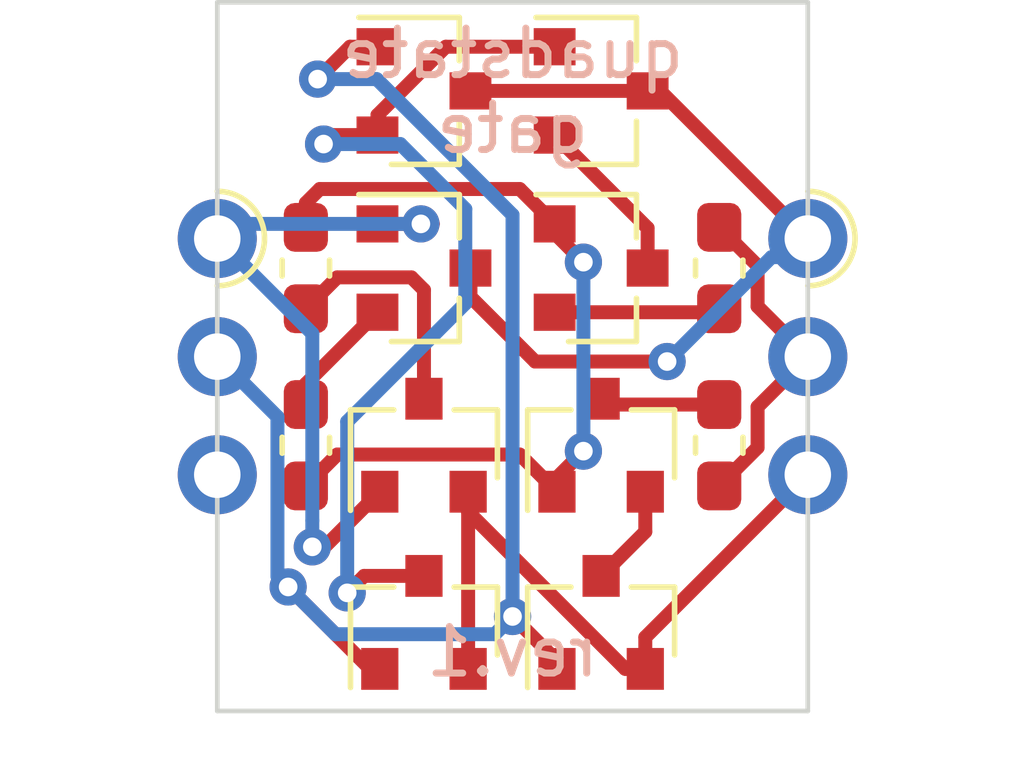
<source format=kicad_pcb>
(kicad_pcb (version 20171130) (host pcbnew 5.1.6)

  (general
    (thickness 1.6)
    (drawings 6)
    (tracks 102)
    (zones 0)
    (modules 14)
    (nets 15)
  )

  (page A4)
  (layers
    (0 F.Cu signal)
    (31 B.Cu signal)
    (32 B.Adhes user)
    (33 F.Adhes user)
    (34 B.Paste user)
    (35 F.Paste user)
    (36 B.SilkS user)
    (37 F.SilkS user)
    (38 B.Mask user)
    (39 F.Mask user)
    (40 Dwgs.User user)
    (41 Cmts.User user)
    (42 Eco1.User user)
    (43 Eco2.User user)
    (44 Edge.Cuts user)
    (45 Margin user)
    (46 B.CrtYd user)
    (47 F.CrtYd user)
    (48 B.Fab user)
    (49 F.Fab user)
  )

  (setup
    (last_trace_width 0.3)
    (user_trace_width 0.3)
    (trace_clearance 0.2)
    (zone_clearance 0.508)
    (zone_45_only no)
    (trace_min 0.2)
    (via_size 0.8)
    (via_drill 0.4)
    (via_min_size 0.4)
    (via_min_drill 0.3)
    (uvia_size 0.3)
    (uvia_drill 0.1)
    (uvias_allowed no)
    (uvia_min_size 0.2)
    (uvia_min_drill 0.1)
    (edge_width 0.05)
    (segment_width 0.2)
    (pcb_text_width 0.3)
    (pcb_text_size 1.5 1.5)
    (mod_edge_width 0.12)
    (mod_text_size 1 1)
    (mod_text_width 0.15)
    (pad_size 1.524 1.524)
    (pad_drill 0.762)
    (pad_to_mask_clearance 0.05)
    (aux_axis_origin 0 0)
    (visible_elements FFFFFF7F)
    (pcbplotparams
      (layerselection 0x010fc_ffffffff)
      (usegerberextensions false)
      (usegerberattributes true)
      (usegerberadvancedattributes true)
      (creategerberjobfile true)
      (excludeedgelayer true)
      (linewidth 0.100000)
      (plotframeref false)
      (viasonmask false)
      (mode 1)
      (useauxorigin false)
      (hpglpennumber 1)
      (hpglpenspeed 20)
      (hpglpendiameter 15.000000)
      (psnegative false)
      (psa4output false)
      (plotreference true)
      (plotvalue true)
      (plotinvisibletext false)
      (padsonsilk false)
      (subtractmaskfromsilk false)
      (outputformat 1)
      (mirror false)
      (drillshape 1)
      (scaleselection 1)
      (outputdirectory ""))
  )

  (net 0 "")
  (net 1 Vss)
  (net 2 Out)
  (net 3 Gate)
  (net 4 Vdd)
  (net 5 In)
  (net 6 "Net-(Q1-Pad2)")
  (net 7 "Net-(Q2-Pad3)")
  (net 8 "Net-(Q3-Pad2)")
  (net 9 "Net-(Q5-Pad2)")
  (net 10 "Net-(Q6-Pad2)")
  (net 11 "Net-(Q6-Pad1)")
  (net 12 "Net-(Q7-Pad3)")
  (net 13 "Net-(Q7-Pad2)")
  (net 14 "Net-(J1-Pad3)")

  (net_class Default "This is the default net class."
    (clearance 0.2)
    (trace_width 0.25)
    (via_dia 0.8)
    (via_drill 0.4)
    (uvia_dia 0.3)
    (uvia_drill 0.1)
    (add_net Gate)
    (add_net In)
    (add_net "Net-(J1-Pad3)")
    (add_net "Net-(Q1-Pad2)")
    (add_net "Net-(Q2-Pad3)")
    (add_net "Net-(Q3-Pad2)")
    (add_net "Net-(Q5-Pad2)")
    (add_net "Net-(Q6-Pad1)")
    (add_net "Net-(Q6-Pad2)")
    (add_net "Net-(Q7-Pad2)")
    (add_net "Net-(Q7-Pad3)")
    (add_net Out)
    (add_net Vdd)
    (add_net Vss)
  )

  (module Resistor_SMD:R_0603_1608Metric_Pad1.05x0.95mm_HandSolder (layer F.Cu) (tedit 5B301BBD) (tstamp 5FE2C95E)
    (at 145.415 100.965 90)
    (descr "Resistor SMD 0603 (1608 Metric), square (rectangular) end terminal, IPC_7351 nominal with elongated pad for handsoldering. (Body size source: http://www.tortai-tech.com/upload/download/2011102023233369053.pdf), generated with kicad-footprint-generator")
    (tags "resistor handsolder")
    (path /5FE3BF0E)
    (attr smd)
    (fp_text reference R4 (at 0 -1.43 90) (layer F.SilkS) hide
      (effects (font (size 1 1) (thickness 0.15)))
    )
    (fp_text value 12k (at 0 1.43 90) (layer F.Fab)
      (effects (font (size 1 1) (thickness 0.15)))
    )
    (fp_line (start 1.65 0.73) (end -1.65 0.73) (layer F.CrtYd) (width 0.05))
    (fp_line (start 1.65 -0.73) (end 1.65 0.73) (layer F.CrtYd) (width 0.05))
    (fp_line (start -1.65 -0.73) (end 1.65 -0.73) (layer F.CrtYd) (width 0.05))
    (fp_line (start -1.65 0.73) (end -1.65 -0.73) (layer F.CrtYd) (width 0.05))
    (fp_line (start -0.171267 0.51) (end 0.171267 0.51) (layer F.SilkS) (width 0.12))
    (fp_line (start -0.171267 -0.51) (end 0.171267 -0.51) (layer F.SilkS) (width 0.12))
    (fp_line (start 0.8 0.4) (end -0.8 0.4) (layer F.Fab) (width 0.1))
    (fp_line (start 0.8 -0.4) (end 0.8 0.4) (layer F.Fab) (width 0.1))
    (fp_line (start -0.8 -0.4) (end 0.8 -0.4) (layer F.Fab) (width 0.1))
    (fp_line (start -0.8 0.4) (end -0.8 -0.4) (layer F.Fab) (width 0.1))
    (fp_text user %R (at 0 0 90) (layer F.Fab)
      (effects (font (size 0.4 0.4) (thickness 0.06)))
    )
    (pad 2 smd roundrect (at 0.875 0 90) (size 1.05 0.95) (layers F.Cu F.Paste F.Mask) (roundrect_rratio 0.25)
      (net 12 "Net-(Q7-Pad3)"))
    (pad 1 smd roundrect (at -0.875 0 90) (size 1.05 0.95) (layers F.Cu F.Paste F.Mask) (roundrect_rratio 0.25)
      (net 2 Out))
    (model ${KISYS3DMOD}/Resistor_SMD.3dshapes/R_0603_1608Metric.wrl
      (at (xyz 0 0 0))
      (scale (xyz 1 1 1))
      (rotate (xyz 0 0 0))
    )
  )

  (module Resistor_SMD:R_0603_1608Metric_Pad1.05x0.95mm_HandSolder (layer F.Cu) (tedit 5B301BBD) (tstamp 5FE2C94D)
    (at 136.525 97.155 270)
    (descr "Resistor SMD 0603 (1608 Metric), square (rectangular) end terminal, IPC_7351 nominal with elongated pad for handsoldering. (Body size source: http://www.tortai-tech.com/upload/download/2011102023233369053.pdf), generated with kicad-footprint-generator")
    (tags "resistor handsolder")
    (path /5FE3E303)
    (attr smd)
    (fp_text reference R3 (at 0 -1.43 90) (layer F.SilkS) hide
      (effects (font (size 1 1) (thickness 0.15)))
    )
    (fp_text value 12k (at 0 1.43 90) (layer F.Fab)
      (effects (font (size 1 1) (thickness 0.15)))
    )
    (fp_line (start 1.65 0.73) (end -1.65 0.73) (layer F.CrtYd) (width 0.05))
    (fp_line (start 1.65 -0.73) (end 1.65 0.73) (layer F.CrtYd) (width 0.05))
    (fp_line (start -1.65 -0.73) (end 1.65 -0.73) (layer F.CrtYd) (width 0.05))
    (fp_line (start -1.65 0.73) (end -1.65 -0.73) (layer F.CrtYd) (width 0.05))
    (fp_line (start -0.171267 0.51) (end 0.171267 0.51) (layer F.SilkS) (width 0.12))
    (fp_line (start -0.171267 -0.51) (end 0.171267 -0.51) (layer F.SilkS) (width 0.12))
    (fp_line (start 0.8 0.4) (end -0.8 0.4) (layer F.Fab) (width 0.1))
    (fp_line (start 0.8 -0.4) (end 0.8 0.4) (layer F.Fab) (width 0.1))
    (fp_line (start -0.8 -0.4) (end 0.8 -0.4) (layer F.Fab) (width 0.1))
    (fp_line (start -0.8 0.4) (end -0.8 -0.4) (layer F.Fab) (width 0.1))
    (fp_text user %R (at 0 0 90) (layer F.Fab)
      (effects (font (size 0.4 0.4) (thickness 0.06)))
    )
    (pad 2 smd roundrect (at 0.875 0 270) (size 1.05 0.95) (layers F.Cu F.Paste F.Mask) (roundrect_rratio 0.25)
      (net 7 "Net-(Q2-Pad3)"))
    (pad 1 smd roundrect (at -0.875 0 270) (size 1.05 0.95) (layers F.Cu F.Paste F.Mask) (roundrect_rratio 0.25)
      (net 11 "Net-(Q6-Pad1)"))
    (model ${KISYS3DMOD}/Resistor_SMD.3dshapes/R_0603_1608Metric.wrl
      (at (xyz 0 0 0))
      (scale (xyz 1 1 1))
      (rotate (xyz 0 0 0))
    )
  )

  (module Resistor_SMD:R_0603_1608Metric_Pad1.05x0.95mm_HandSolder (layer F.Cu) (tedit 5B301BBD) (tstamp 5FE2C93C)
    (at 136.525 100.965 270)
    (descr "Resistor SMD 0603 (1608 Metric), square (rectangular) end terminal, IPC_7351 nominal with elongated pad for handsoldering. (Body size source: http://www.tortai-tech.com/upload/download/2011102023233369053.pdf), generated with kicad-footprint-generator")
    (tags "resistor handsolder")
    (path /5FE3CB93)
    (attr smd)
    (fp_text reference R2 (at 0 -1.43 90) (layer F.SilkS) hide
      (effects (font (size 1 1) (thickness 0.15)))
    )
    (fp_text value 12k (at 0 1.43 90) (layer F.Fab)
      (effects (font (size 1 1) (thickness 0.15)))
    )
    (fp_line (start 1.65 0.73) (end -1.65 0.73) (layer F.CrtYd) (width 0.05))
    (fp_line (start 1.65 -0.73) (end 1.65 0.73) (layer F.CrtYd) (width 0.05))
    (fp_line (start -1.65 -0.73) (end 1.65 -0.73) (layer F.CrtYd) (width 0.05))
    (fp_line (start -1.65 0.73) (end -1.65 -0.73) (layer F.CrtYd) (width 0.05))
    (fp_line (start -0.171267 0.51) (end 0.171267 0.51) (layer F.SilkS) (width 0.12))
    (fp_line (start -0.171267 -0.51) (end 0.171267 -0.51) (layer F.SilkS) (width 0.12))
    (fp_line (start 0.8 0.4) (end -0.8 0.4) (layer F.Fab) (width 0.1))
    (fp_line (start 0.8 -0.4) (end 0.8 0.4) (layer F.Fab) (width 0.1))
    (fp_line (start -0.8 -0.4) (end 0.8 -0.4) (layer F.Fab) (width 0.1))
    (fp_line (start -0.8 0.4) (end -0.8 -0.4) (layer F.Fab) (width 0.1))
    (fp_text user %R (at 0 0 90) (layer F.Fab)
      (effects (font (size 0.4 0.4) (thickness 0.06)))
    )
    (pad 2 smd roundrect (at 0.875 0 270) (size 1.05 0.95) (layers F.Cu F.Paste F.Mask) (roundrect_rratio 0.25)
      (net 11 "Net-(Q6-Pad1)"))
    (pad 1 smd roundrect (at -0.875 0 270) (size 1.05 0.95) (layers F.Cu F.Paste F.Mask) (roundrect_rratio 0.25)
      (net 6 "Net-(Q1-Pad2)"))
    (model ${KISYS3DMOD}/Resistor_SMD.3dshapes/R_0603_1608Metric.wrl
      (at (xyz 0 0 0))
      (scale (xyz 1 1 1))
      (rotate (xyz 0 0 0))
    )
  )

  (module Resistor_SMD:R_0603_1608Metric_Pad1.05x0.95mm_HandSolder (layer F.Cu) (tedit 5B301BBD) (tstamp 5FE2C92B)
    (at 145.415 97.155 90)
    (descr "Resistor SMD 0603 (1608 Metric), square (rectangular) end terminal, IPC_7351 nominal with elongated pad for handsoldering. (Body size source: http://www.tortai-tech.com/upload/download/2011102023233369053.pdf), generated with kicad-footprint-generator")
    (tags "resistor handsolder")
    (path /5FEB1977)
    (attr smd)
    (fp_text reference R1 (at 0 -1.43 90) (layer F.SilkS) hide
      (effects (font (size 1 1) (thickness 0.15)))
    )
    (fp_text value 12k (at 0 1.43 90) (layer F.Fab)
      (effects (font (size 1 1) (thickness 0.15)))
    )
    (fp_line (start 1.65 0.73) (end -1.65 0.73) (layer F.CrtYd) (width 0.05))
    (fp_line (start 1.65 -0.73) (end 1.65 0.73) (layer F.CrtYd) (width 0.05))
    (fp_line (start -1.65 -0.73) (end 1.65 -0.73) (layer F.CrtYd) (width 0.05))
    (fp_line (start -1.65 0.73) (end -1.65 -0.73) (layer F.CrtYd) (width 0.05))
    (fp_line (start -0.171267 0.51) (end 0.171267 0.51) (layer F.SilkS) (width 0.12))
    (fp_line (start -0.171267 -0.51) (end 0.171267 -0.51) (layer F.SilkS) (width 0.12))
    (fp_line (start 0.8 0.4) (end -0.8 0.4) (layer F.Fab) (width 0.1))
    (fp_line (start 0.8 -0.4) (end 0.8 0.4) (layer F.Fab) (width 0.1))
    (fp_line (start -0.8 -0.4) (end 0.8 -0.4) (layer F.Fab) (width 0.1))
    (fp_line (start -0.8 0.4) (end -0.8 -0.4) (layer F.Fab) (width 0.1))
    (fp_text user %R (at 0 0 90) (layer F.Fab)
      (effects (font (size 0.4 0.4) (thickness 0.06)))
    )
    (pad 2 smd roundrect (at 0.875 0 90) (size 1.05 0.95) (layers F.Cu F.Paste F.Mask) (roundrect_rratio 0.25)
      (net 2 Out))
    (pad 1 smd roundrect (at -0.875 0 90) (size 1.05 0.95) (layers F.Cu F.Paste F.Mask) (roundrect_rratio 0.25)
      (net 10 "Net-(Q6-Pad2)"))
    (model ${KISYS3DMOD}/Resistor_SMD.3dshapes/R_0603_1608Metric.wrl
      (at (xyz 0 0 0))
      (scale (xyz 1 1 1))
      (rotate (xyz 0 0 0))
    )
  )

  (module Package_TO_SOT_SMD:SOT-23 (layer F.Cu) (tedit 5A02FF57) (tstamp 5FE2C91A)
    (at 142.875 104.775 90)
    (descr "SOT-23, Standard")
    (tags SOT-23)
    (path /5FE25EC9)
    (attr smd)
    (fp_text reference Q8 (at 0 -2.5 90) (layer F.SilkS) hide
      (effects (font (size 1 1) (thickness 0.15)))
    )
    (fp_text value 2N7002 (at 0 2.5 90) (layer F.Fab)
      (effects (font (size 1 1) (thickness 0.15)))
    )
    (fp_line (start 0.76 1.58) (end -0.7 1.58) (layer F.SilkS) (width 0.12))
    (fp_line (start 0.76 -1.58) (end -1.4 -1.58) (layer F.SilkS) (width 0.12))
    (fp_line (start -1.7 1.75) (end -1.7 -1.75) (layer F.CrtYd) (width 0.05))
    (fp_line (start 1.7 1.75) (end -1.7 1.75) (layer F.CrtYd) (width 0.05))
    (fp_line (start 1.7 -1.75) (end 1.7 1.75) (layer F.CrtYd) (width 0.05))
    (fp_line (start -1.7 -1.75) (end 1.7 -1.75) (layer F.CrtYd) (width 0.05))
    (fp_line (start 0.76 -1.58) (end 0.76 -0.65) (layer F.SilkS) (width 0.12))
    (fp_line (start 0.76 1.58) (end 0.76 0.65) (layer F.SilkS) (width 0.12))
    (fp_line (start -0.7 1.52) (end 0.7 1.52) (layer F.Fab) (width 0.1))
    (fp_line (start 0.7 -1.52) (end 0.7 1.52) (layer F.Fab) (width 0.1))
    (fp_line (start -0.7 -0.95) (end -0.15 -1.52) (layer F.Fab) (width 0.1))
    (fp_line (start -0.15 -1.52) (end 0.7 -1.52) (layer F.Fab) (width 0.1))
    (fp_line (start -0.7 -0.95) (end -0.7 1.5) (layer F.Fab) (width 0.1))
    (fp_text user %R (at 0 0) (layer F.Fab)
      (effects (font (size 0.5 0.5) (thickness 0.075)))
    )
    (pad 3 smd rect (at 1 0 90) (size 0.9 0.8) (layers F.Cu F.Paste F.Mask)
      (net 13 "Net-(Q7-Pad2)"))
    (pad 2 smd rect (at -1 0.95 90) (size 0.9 0.8) (layers F.Cu F.Paste F.Mask)
      (net 1 Vss))
    (pad 1 smd rect (at -1 -0.95 90) (size 0.9 0.8) (layers F.Cu F.Paste F.Mask)
      (net 3 Gate))
    (model ${KISYS3DMOD}/Package_TO_SOT_SMD.3dshapes/SOT-23.wrl
      (at (xyz 0 0 0))
      (scale (xyz 1 1 1))
      (rotate (xyz 0 0 0))
    )
  )

  (module Package_TO_SOT_SMD:SOT-23 (layer F.Cu) (tedit 5A02FF57) (tstamp 5FE2C905)
    (at 142.875 100.965 90)
    (descr "SOT-23, Standard")
    (tags SOT-23)
    (path /5FE23D35)
    (attr smd)
    (fp_text reference Q7 (at 0 -2.5 90) (layer F.SilkS) hide
      (effects (font (size 1 1) (thickness 0.15)))
    )
    (fp_text value 2N7002 (at 0 2.5 90) (layer F.Fab)
      (effects (font (size 1 1) (thickness 0.15)))
    )
    (fp_line (start 0.76 1.58) (end -0.7 1.58) (layer F.SilkS) (width 0.12))
    (fp_line (start 0.76 -1.58) (end -1.4 -1.58) (layer F.SilkS) (width 0.12))
    (fp_line (start -1.7 1.75) (end -1.7 -1.75) (layer F.CrtYd) (width 0.05))
    (fp_line (start 1.7 1.75) (end -1.7 1.75) (layer F.CrtYd) (width 0.05))
    (fp_line (start 1.7 -1.75) (end 1.7 1.75) (layer F.CrtYd) (width 0.05))
    (fp_line (start -1.7 -1.75) (end 1.7 -1.75) (layer F.CrtYd) (width 0.05))
    (fp_line (start 0.76 -1.58) (end 0.76 -0.65) (layer F.SilkS) (width 0.12))
    (fp_line (start 0.76 1.58) (end 0.76 0.65) (layer F.SilkS) (width 0.12))
    (fp_line (start -0.7 1.52) (end 0.7 1.52) (layer F.Fab) (width 0.1))
    (fp_line (start 0.7 -1.52) (end 0.7 1.52) (layer F.Fab) (width 0.1))
    (fp_line (start -0.7 -0.95) (end -0.15 -1.52) (layer F.Fab) (width 0.1))
    (fp_line (start -0.15 -1.52) (end 0.7 -1.52) (layer F.Fab) (width 0.1))
    (fp_line (start -0.7 -0.95) (end -0.7 1.5) (layer F.Fab) (width 0.1))
    (fp_text user %R (at 0 0) (layer F.Fab)
      (effects (font (size 0.5 0.5) (thickness 0.075)))
    )
    (pad 3 smd rect (at 1 0 90) (size 0.9 0.8) (layers F.Cu F.Paste F.Mask)
      (net 12 "Net-(Q7-Pad3)"))
    (pad 2 smd rect (at -1 0.95 90) (size 0.9 0.8) (layers F.Cu F.Paste F.Mask)
      (net 13 "Net-(Q7-Pad2)"))
    (pad 1 smd rect (at -1 -0.95 90) (size 0.9 0.8) (layers F.Cu F.Paste F.Mask)
      (net 11 "Net-(Q6-Pad1)"))
    (model ${KISYS3DMOD}/Package_TO_SOT_SMD.3dshapes/SOT-23.wrl
      (at (xyz 0 0 0))
      (scale (xyz 1 1 1))
      (rotate (xyz 0 0 0))
    )
  )

  (module Package_TO_SOT_SMD:SOT-23 (layer F.Cu) (tedit 5A02FF57) (tstamp 5FE2C8F0)
    (at 142.875 97.155)
    (descr "SOT-23, Standard")
    (tags SOT-23)
    (path /5FE1CD77)
    (attr smd)
    (fp_text reference Q6 (at 0 -2.5) (layer F.SilkS) hide
      (effects (font (size 1 1) (thickness 0.15)))
    )
    (fp_text value BSS84 (at 0 2.5) (layer F.Fab)
      (effects (font (size 1 1) (thickness 0.15)))
    )
    (fp_line (start 0.76 1.58) (end -0.7 1.58) (layer F.SilkS) (width 0.12))
    (fp_line (start 0.76 -1.58) (end -1.4 -1.58) (layer F.SilkS) (width 0.12))
    (fp_line (start -1.7 1.75) (end -1.7 -1.75) (layer F.CrtYd) (width 0.05))
    (fp_line (start 1.7 1.75) (end -1.7 1.75) (layer F.CrtYd) (width 0.05))
    (fp_line (start 1.7 -1.75) (end 1.7 1.75) (layer F.CrtYd) (width 0.05))
    (fp_line (start -1.7 -1.75) (end 1.7 -1.75) (layer F.CrtYd) (width 0.05))
    (fp_line (start 0.76 -1.58) (end 0.76 -0.65) (layer F.SilkS) (width 0.12))
    (fp_line (start 0.76 1.58) (end 0.76 0.65) (layer F.SilkS) (width 0.12))
    (fp_line (start -0.7 1.52) (end 0.7 1.52) (layer F.Fab) (width 0.1))
    (fp_line (start 0.7 -1.52) (end 0.7 1.52) (layer F.Fab) (width 0.1))
    (fp_line (start -0.7 -0.95) (end -0.15 -1.52) (layer F.Fab) (width 0.1))
    (fp_line (start -0.15 -1.52) (end 0.7 -1.52) (layer F.Fab) (width 0.1))
    (fp_line (start -0.7 -0.95) (end -0.7 1.5) (layer F.Fab) (width 0.1))
    (fp_text user %R (at 0 0 90) (layer F.Fab)
      (effects (font (size 0.5 0.5) (thickness 0.075)))
    )
    (pad 3 smd rect (at 1 0) (size 0.9 0.8) (layers F.Cu F.Paste F.Mask)
      (net 9 "Net-(Q5-Pad2)"))
    (pad 2 smd rect (at -1 0.95) (size 0.9 0.8) (layers F.Cu F.Paste F.Mask)
      (net 10 "Net-(Q6-Pad2)"))
    (pad 1 smd rect (at -1 -0.95) (size 0.9 0.8) (layers F.Cu F.Paste F.Mask)
      (net 11 "Net-(Q6-Pad1)"))
    (model ${KISYS3DMOD}/Package_TO_SOT_SMD.3dshapes/SOT-23.wrl
      (at (xyz 0 0 0))
      (scale (xyz 1 1 1))
      (rotate (xyz 0 0 0))
    )
  )

  (module Package_TO_SOT_SMD:SOT-23 (layer F.Cu) (tedit 5A02FF57) (tstamp 5FE2C8DB)
    (at 142.875 93.345)
    (descr "SOT-23, Standard")
    (tags SOT-23)
    (path /5FE1A7FB)
    (attr smd)
    (fp_text reference Q5 (at 0 -2.5) (layer F.SilkS) hide
      (effects (font (size 1 1) (thickness 0.15)))
    )
    (fp_text value BSS84 (at 0 2.5) (layer F.Fab)
      (effects (font (size 1 1) (thickness 0.15)))
    )
    (fp_line (start 0.76 1.58) (end -0.7 1.58) (layer F.SilkS) (width 0.12))
    (fp_line (start 0.76 -1.58) (end -1.4 -1.58) (layer F.SilkS) (width 0.12))
    (fp_line (start -1.7 1.75) (end -1.7 -1.75) (layer F.CrtYd) (width 0.05))
    (fp_line (start 1.7 1.75) (end -1.7 1.75) (layer F.CrtYd) (width 0.05))
    (fp_line (start 1.7 -1.75) (end 1.7 1.75) (layer F.CrtYd) (width 0.05))
    (fp_line (start -1.7 -1.75) (end 1.7 -1.75) (layer F.CrtYd) (width 0.05))
    (fp_line (start 0.76 -1.58) (end 0.76 -0.65) (layer F.SilkS) (width 0.12))
    (fp_line (start 0.76 1.58) (end 0.76 0.65) (layer F.SilkS) (width 0.12))
    (fp_line (start -0.7 1.52) (end 0.7 1.52) (layer F.Fab) (width 0.1))
    (fp_line (start 0.7 -1.52) (end 0.7 1.52) (layer F.Fab) (width 0.1))
    (fp_line (start -0.7 -0.95) (end -0.15 -1.52) (layer F.Fab) (width 0.1))
    (fp_line (start -0.15 -1.52) (end 0.7 -1.52) (layer F.Fab) (width 0.1))
    (fp_line (start -0.7 -0.95) (end -0.7 1.5) (layer F.Fab) (width 0.1))
    (fp_text user %R (at 0 0 90) (layer F.Fab)
      (effects (font (size 0.5 0.5) (thickness 0.075)))
    )
    (pad 3 smd rect (at 1 0) (size 0.9 0.8) (layers F.Cu F.Paste F.Mask)
      (net 4 Vdd))
    (pad 2 smd rect (at -1 0.95) (size 0.9 0.8) (layers F.Cu F.Paste F.Mask)
      (net 9 "Net-(Q5-Pad2)"))
    (pad 1 smd rect (at -1 -0.95) (size 0.9 0.8) (layers F.Cu F.Paste F.Mask)
      (net 8 "Net-(Q3-Pad2)"))
    (model ${KISYS3DMOD}/Package_TO_SOT_SMD.3dshapes/SOT-23.wrl
      (at (xyz 0 0 0))
      (scale (xyz 1 1 1))
      (rotate (xyz 0 0 0))
    )
  )

  (module Package_TO_SOT_SMD:SOT-23 (layer F.Cu) (tedit 5A02FF57) (tstamp 5FE2C8C6)
    (at 139.065 104.775 90)
    (descr "SOT-23, Standard")
    (tags SOT-23)
    (path /5FE1715E)
    (attr smd)
    (fp_text reference Q4 (at 0 -2.5 90) (layer F.SilkS) hide
      (effects (font (size 1 1) (thickness 0.15)))
    )
    (fp_text value 2N7002 (at 0 2.5 90) (layer F.Fab)
      (effects (font (size 1 1) (thickness 0.15)))
    )
    (fp_line (start 0.76 1.58) (end -0.7 1.58) (layer F.SilkS) (width 0.12))
    (fp_line (start 0.76 -1.58) (end -1.4 -1.58) (layer F.SilkS) (width 0.12))
    (fp_line (start -1.7 1.75) (end -1.7 -1.75) (layer F.CrtYd) (width 0.05))
    (fp_line (start 1.7 1.75) (end -1.7 1.75) (layer F.CrtYd) (width 0.05))
    (fp_line (start 1.7 -1.75) (end 1.7 1.75) (layer F.CrtYd) (width 0.05))
    (fp_line (start -1.7 -1.75) (end 1.7 -1.75) (layer F.CrtYd) (width 0.05))
    (fp_line (start 0.76 -1.58) (end 0.76 -0.65) (layer F.SilkS) (width 0.12))
    (fp_line (start 0.76 1.58) (end 0.76 0.65) (layer F.SilkS) (width 0.12))
    (fp_line (start -0.7 1.52) (end 0.7 1.52) (layer F.Fab) (width 0.1))
    (fp_line (start 0.7 -1.52) (end 0.7 1.52) (layer F.Fab) (width 0.1))
    (fp_line (start -0.7 -0.95) (end -0.15 -1.52) (layer F.Fab) (width 0.1))
    (fp_line (start -0.15 -1.52) (end 0.7 -1.52) (layer F.Fab) (width 0.1))
    (fp_line (start -0.7 -0.95) (end -0.7 1.5) (layer F.Fab) (width 0.1))
    (fp_text user %R (at 0 0) (layer F.Fab)
      (effects (font (size 0.5 0.5) (thickness 0.075)))
    )
    (pad 3 smd rect (at 1 0 90) (size 0.9 0.8) (layers F.Cu F.Paste F.Mask)
      (net 8 "Net-(Q3-Pad2)"))
    (pad 2 smd rect (at -1 0.95 90) (size 0.9 0.8) (layers F.Cu F.Paste F.Mask)
      (net 1 Vss))
    (pad 1 smd rect (at -1 -0.95 90) (size 0.9 0.8) (layers F.Cu F.Paste F.Mask)
      (net 3 Gate))
    (model ${KISYS3DMOD}/Package_TO_SOT_SMD.3dshapes/SOT-23.wrl
      (at (xyz 0 0 0))
      (scale (xyz 1 1 1))
      (rotate (xyz 0 0 0))
    )
  )

  (module Package_TO_SOT_SMD:SOT-23 (layer F.Cu) (tedit 5A02FF57) (tstamp 5FE2C8B1)
    (at 139.065 93.345)
    (descr "SOT-23, Standard")
    (tags SOT-23)
    (path /5FE1F1CA)
    (attr smd)
    (fp_text reference Q3 (at 0 -2.5) (layer F.SilkS) hide
      (effects (font (size 1 1) (thickness 0.15)))
    )
    (fp_text value BSS84 (at 0 2.5) (layer F.Fab)
      (effects (font (size 1 1) (thickness 0.15)))
    )
    (fp_line (start 0.76 1.58) (end -0.7 1.58) (layer F.SilkS) (width 0.12))
    (fp_line (start 0.76 -1.58) (end -1.4 -1.58) (layer F.SilkS) (width 0.12))
    (fp_line (start -1.7 1.75) (end -1.7 -1.75) (layer F.CrtYd) (width 0.05))
    (fp_line (start 1.7 1.75) (end -1.7 1.75) (layer F.CrtYd) (width 0.05))
    (fp_line (start 1.7 -1.75) (end 1.7 1.75) (layer F.CrtYd) (width 0.05))
    (fp_line (start -1.7 -1.75) (end 1.7 -1.75) (layer F.CrtYd) (width 0.05))
    (fp_line (start 0.76 -1.58) (end 0.76 -0.65) (layer F.SilkS) (width 0.12))
    (fp_line (start 0.76 1.58) (end 0.76 0.65) (layer F.SilkS) (width 0.12))
    (fp_line (start -0.7 1.52) (end 0.7 1.52) (layer F.Fab) (width 0.1))
    (fp_line (start 0.7 -1.52) (end 0.7 1.52) (layer F.Fab) (width 0.1))
    (fp_line (start -0.7 -0.95) (end -0.15 -1.52) (layer F.Fab) (width 0.1))
    (fp_line (start -0.15 -1.52) (end 0.7 -1.52) (layer F.Fab) (width 0.1))
    (fp_line (start -0.7 -0.95) (end -0.7 1.5) (layer F.Fab) (width 0.1))
    (fp_text user %R (at 0 0 90) (layer F.Fab)
      (effects (font (size 0.5 0.5) (thickness 0.075)))
    )
    (pad 3 smd rect (at 1 0) (size 0.9 0.8) (layers F.Cu F.Paste F.Mask)
      (net 4 Vdd))
    (pad 2 smd rect (at -1 0.95) (size 0.9 0.8) (layers F.Cu F.Paste F.Mask)
      (net 8 "Net-(Q3-Pad2)"))
    (pad 1 smd rect (at -1 -0.95) (size 0.9 0.8) (layers F.Cu F.Paste F.Mask)
      (net 3 Gate))
    (model ${KISYS3DMOD}/Package_TO_SOT_SMD.3dshapes/SOT-23.wrl
      (at (xyz 0 0 0))
      (scale (xyz 1 1 1))
      (rotate (xyz 0 0 0))
    )
  )

  (module Package_TO_SOT_SMD:SOT-23 (layer F.Cu) (tedit 5A02FF57) (tstamp 5FE2C89C)
    (at 139.065 100.965 90)
    (descr "SOT-23, Standard")
    (tags SOT-23)
    (path /5FE2F9B6)
    (attr smd)
    (fp_text reference Q2 (at 0 -2.5 90) (layer F.SilkS) hide
      (effects (font (size 1 1) (thickness 0.15)))
    )
    (fp_text value 2N7002 (at 0 2.5 90) (layer F.Fab)
      (effects (font (size 1 1) (thickness 0.15)))
    )
    (fp_line (start 0.76 1.58) (end -0.7 1.58) (layer F.SilkS) (width 0.12))
    (fp_line (start 0.76 -1.58) (end -1.4 -1.58) (layer F.SilkS) (width 0.12))
    (fp_line (start -1.7 1.75) (end -1.7 -1.75) (layer F.CrtYd) (width 0.05))
    (fp_line (start 1.7 1.75) (end -1.7 1.75) (layer F.CrtYd) (width 0.05))
    (fp_line (start 1.7 -1.75) (end 1.7 1.75) (layer F.CrtYd) (width 0.05))
    (fp_line (start -1.7 -1.75) (end 1.7 -1.75) (layer F.CrtYd) (width 0.05))
    (fp_line (start 0.76 -1.58) (end 0.76 -0.65) (layer F.SilkS) (width 0.12))
    (fp_line (start 0.76 1.58) (end 0.76 0.65) (layer F.SilkS) (width 0.12))
    (fp_line (start -0.7 1.52) (end 0.7 1.52) (layer F.Fab) (width 0.1))
    (fp_line (start 0.7 -1.52) (end 0.7 1.52) (layer F.Fab) (width 0.1))
    (fp_line (start -0.7 -0.95) (end -0.15 -1.52) (layer F.Fab) (width 0.1))
    (fp_line (start -0.15 -1.52) (end 0.7 -1.52) (layer F.Fab) (width 0.1))
    (fp_line (start -0.7 -0.95) (end -0.7 1.5) (layer F.Fab) (width 0.1))
    (fp_text user %R (at 0 0) (layer F.Fab)
      (effects (font (size 0.5 0.5) (thickness 0.075)))
    )
    (pad 3 smd rect (at 1 0 90) (size 0.9 0.8) (layers F.Cu F.Paste F.Mask)
      (net 7 "Net-(Q2-Pad3)"))
    (pad 2 smd rect (at -1 0.95 90) (size 0.9 0.8) (layers F.Cu F.Paste F.Mask)
      (net 1 Vss))
    (pad 1 smd rect (at -1 -0.95 90) (size 0.9 0.8) (layers F.Cu F.Paste F.Mask)
      (net 5 In))
    (model ${KISYS3DMOD}/Package_TO_SOT_SMD.3dshapes/SOT-23.wrl
      (at (xyz 0 0 0))
      (scale (xyz 1 1 1))
      (rotate (xyz 0 0 0))
    )
  )

  (module Package_TO_SOT_SMD:SOT-23 (layer F.Cu) (tedit 5A02FF57) (tstamp 5FE2C887)
    (at 139.065 97.155)
    (descr "SOT-23, Standard")
    (tags SOT-23)
    (path /5FE16028)
    (attr smd)
    (fp_text reference Q1 (at 0 -2.5) (layer F.SilkS) hide
      (effects (font (size 1 1) (thickness 0.15)))
    )
    (fp_text value BSS84 (at 0 2.5) (layer F.Fab)
      (effects (font (size 1 1) (thickness 0.15)))
    )
    (fp_line (start 0.76 1.58) (end -0.7 1.58) (layer F.SilkS) (width 0.12))
    (fp_line (start 0.76 -1.58) (end -1.4 -1.58) (layer F.SilkS) (width 0.12))
    (fp_line (start -1.7 1.75) (end -1.7 -1.75) (layer F.CrtYd) (width 0.05))
    (fp_line (start 1.7 1.75) (end -1.7 1.75) (layer F.CrtYd) (width 0.05))
    (fp_line (start 1.7 -1.75) (end 1.7 1.75) (layer F.CrtYd) (width 0.05))
    (fp_line (start -1.7 -1.75) (end 1.7 -1.75) (layer F.CrtYd) (width 0.05))
    (fp_line (start 0.76 -1.58) (end 0.76 -0.65) (layer F.SilkS) (width 0.12))
    (fp_line (start 0.76 1.58) (end 0.76 0.65) (layer F.SilkS) (width 0.12))
    (fp_line (start -0.7 1.52) (end 0.7 1.52) (layer F.Fab) (width 0.1))
    (fp_line (start 0.7 -1.52) (end 0.7 1.52) (layer F.Fab) (width 0.1))
    (fp_line (start -0.7 -0.95) (end -0.15 -1.52) (layer F.Fab) (width 0.1))
    (fp_line (start -0.15 -1.52) (end 0.7 -1.52) (layer F.Fab) (width 0.1))
    (fp_line (start -0.7 -0.95) (end -0.7 1.5) (layer F.Fab) (width 0.1))
    (fp_text user %R (at 0 0 90) (layer F.Fab)
      (effects (font (size 0.5 0.5) (thickness 0.075)))
    )
    (pad 3 smd rect (at 1 0) (size 0.9 0.8) (layers F.Cu F.Paste F.Mask)
      (net 4 Vdd))
    (pad 2 smd rect (at -1 0.95) (size 0.9 0.8) (layers F.Cu F.Paste F.Mask)
      (net 6 "Net-(Q1-Pad2)"))
    (pad 1 smd rect (at -1 -0.95) (size 0.9 0.8) (layers F.Cu F.Paste F.Mask)
      (net 5 In))
    (model ${KISYS3DMOD}/Package_TO_SOT_SMD.3dshapes/SOT-23.wrl
      (at (xyz 0 0 0))
      (scale (xyz 1 1 1))
      (rotate (xyz 0 0 0))
    )
  )

  (module Castellation:Edge_Castellation_1x03_P2.54 (layer F.Cu) (tedit 5FE23D9F) (tstamp 5FE2C872)
    (at 147.32 96.52)
    (descr "Edge Castellation, 1x03, 2.54mm pitch, single row")
    (tags "Castellation Edge 1x03 2.54mm single row")
    (path /5FE4F012)
    (fp_text reference J2 (at 0 -2.54) (layer F.SilkS) hide
      (effects (font (size 1 1) (thickness 0.15)))
    )
    (fp_text value Conn_01x03 (at 0 7.85) (layer F.Fab)
      (effects (font (size 1 1) (thickness 0.15)))
    )
    (fp_line (start -1.27 -1.27) (end 0.635 -1.27) (layer F.Fab) (width 0.1))
    (fp_line (start 0.635 -1.27) (end 1.27 -0.635) (layer F.Fab) (width 0.1))
    (fp_line (start 1.27 -0.635) (end 1.27 6.35) (layer F.Fab) (width 0.1))
    (fp_line (start 1.27 6.35) (end -1.27 6.35) (layer F.Fab) (width 0.1))
    (fp_line (start -1.27 6.35) (end -1.27 -1.27) (layer F.Fab) (width 0.1))
    (fp_line (start -1.8 -1.8) (end 1.75 -1.8) (layer F.CrtYd) (width 0.05))
    (fp_line (start 1.75 -1.8) (end 1.75 6.85) (layer F.CrtYd) (width 0.05))
    (fp_line (start 1.75 6.85) (end -1.8 6.85) (layer F.CrtYd) (width 0.05))
    (fp_line (start -1.8 6.85) (end -1.8 -1.8) (layer F.CrtYd) (width 0.05))
    (fp_text user %R (at 0 2.54 90) (layer F.Fab)
      (effects (font (size 1 1) (thickness 0.15)))
    )
    (fp_arc (start 0 0) (end 0 1.016) (angle -180) (layer F.SilkS) (width 0.12))
    (pad 1 thru_hole oval (at 0 0) (size 1.7 1.7) (drill 1) (layers *.Cu *.Mask)
      (net 4 Vdd))
    (pad 2 thru_hole oval (at 0 2.54) (size 1.7 1.7) (drill 1) (layers *.Cu *.Mask)
      (net 2 Out))
    (pad 3 thru_hole oval (at 0 5.08) (size 1.7 1.7) (drill 1) (layers *.Cu *.Mask)
      (net 1 Vss))
  )

  (module Castellation:Edge_Castellation_1x03_P2.54 (layer F.Cu) (tedit 5FE23D9F) (tstamp 5FE2C860)
    (at 134.62 96.52)
    (descr "Edge Castellation, 1x03, 2.54mm pitch, single row")
    (tags "Castellation Edge 1x03 2.54mm single row")
    (path /5FE4CB2B)
    (fp_text reference J1 (at 0 -2.54) (layer F.SilkS) hide
      (effects (font (size 1 1) (thickness 0.15)))
    )
    (fp_text value Conn_01x03 (at 0 7.85) (layer F.Fab)
      (effects (font (size 1 1) (thickness 0.15)))
    )
    (fp_line (start -1.27 -1.27) (end 0.635 -1.27) (layer F.Fab) (width 0.1))
    (fp_line (start 0.635 -1.27) (end 1.27 -0.635) (layer F.Fab) (width 0.1))
    (fp_line (start 1.27 -0.635) (end 1.27 6.35) (layer F.Fab) (width 0.1))
    (fp_line (start 1.27 6.35) (end -1.27 6.35) (layer F.Fab) (width 0.1))
    (fp_line (start -1.27 6.35) (end -1.27 -1.27) (layer F.Fab) (width 0.1))
    (fp_line (start -1.8 -1.8) (end 1.75 -1.8) (layer F.CrtYd) (width 0.05))
    (fp_line (start 1.75 -1.8) (end 1.75 6.85) (layer F.CrtYd) (width 0.05))
    (fp_line (start 1.75 6.85) (end -1.8 6.85) (layer F.CrtYd) (width 0.05))
    (fp_line (start -1.8 6.85) (end -1.8 -1.8) (layer F.CrtYd) (width 0.05))
    (fp_text user %R (at 0 2.54 90) (layer F.Fab)
      (effects (font (size 1 1) (thickness 0.15)))
    )
    (fp_arc (start 0 0) (end 0 1.016) (angle -180) (layer F.SilkS) (width 0.12))
    (pad 1 thru_hole oval (at 0 0) (size 1.7 1.7) (drill 1) (layers *.Cu *.Mask)
      (net 5 In))
    (pad 2 thru_hole oval (at 0 2.54) (size 1.7 1.7) (drill 1) (layers *.Cu *.Mask)
      (net 3 Gate))
    (pad 3 thru_hole oval (at 0 5.08) (size 1.7 1.7) (drill 1) (layers *.Cu *.Mask)
      (net 14 "Net-(J1-Pad3)"))
  )

  (gr_line (start 147.32 91.44) (end 147.32 106.68) (layer Edge.Cuts) (width 0.1))
  (gr_line (start 134.62 91.44) (end 147.32 91.44) (layer Edge.Cuts) (width 0.1))
  (gr_line (start 134.62 106.68) (end 134.62 91.44) (layer Edge.Cuts) (width 0.1))
  (gr_line (start 147.32 106.68) (end 134.62 106.68) (layer Edge.Cuts) (width 0.1))
  (gr_text rev.1 (at 140.97 105.41) (layer B.SilkS)
    (effects (font (size 1 1) (thickness 0.15)) (justify mirror))
  )
  (gr_text "quadstate\ngate" (at 140.97 93.345) (layer B.SilkS)
    (effects (font (size 1 1) (thickness 0.15)) (justify mirror))
  )

  (segment (start 143.825 105.095) (end 146.91999 102.00001) (width 0.3) (layer F.Cu) (net 1))
  (segment (start 143.825 105.775) (end 143.825 105.095) (width 0.3) (layer F.Cu) (net 1))
  (segment (start 140.015 105.775) (end 140.015 101.965) (width 0.3) (layer F.Cu) (net 1))
  (segment (start 140.015 102.395002) (end 140.015 101.965) (width 0.3) (layer F.Cu) (net 1))
  (segment (start 143.394998 105.775) (end 140.015 102.395002) (width 0.3) (layer F.Cu) (net 1))
  (segment (start 143.825 105.775) (end 143.394998 105.775) (width 0.3) (layer F.Cu) (net 1))
  (segment (start 146.24001 97.98001) (end 146.91999 98.65999) (width 0.3) (layer F.Cu) (net 2))
  (segment (start 145.415 96.28) (end 146.24001 97.10501) (width 0.3) (layer F.Cu) (net 2))
  (segment (start 146.24001 97.10501) (end 146.24001 97.98001) (width 0.3) (layer F.Cu) (net 2))
  (segment (start 146.24001 100.13999) (end 146.91999 99.46001) (width 0.3) (layer F.Cu) (net 2))
  (segment (start 145.415 101.84) (end 146.24001 101.01499) (width 0.3) (layer F.Cu) (net 2))
  (segment (start 146.24001 101.01499) (end 146.24001 100.13999) (width 0.3) (layer F.Cu) (net 2))
  (segment (start 141.925 105.775) (end 141.925 105.603) (width 0.3) (layer F.Cu) (net 3))
  (segment (start 141.925 105.603) (end 140.97 104.648) (width 0.3) (layer F.Cu) (net 3))
  (segment (start 140.97 104.648) (end 140.97 104.648) (width 0.3) (layer F.Cu) (net 3) (tstamp 5FE2EC5B))
  (via (at 140.97 104.648) (size 0.8) (drill 0.4) (layers F.Cu B.Cu) (net 3))
  (segment (start 138.115 105.775) (end 137.906 105.775) (width 0.3) (layer F.Cu) (net 3))
  (segment (start 137.906 105.775) (end 136.144 104.013) (width 0.3) (layer F.Cu) (net 3))
  (segment (start 136.144 104.013) (end 136.144 104.013) (width 0.3) (layer F.Cu) (net 3) (tstamp 5FE2ECD0))
  (via (at 136.144 104.013) (size 0.8) (drill 0.4) (layers F.Cu B.Cu) (net 3))
  (segment (start 138.065 92.395) (end 137.475 92.395) (width 0.3) (layer F.Cu) (net 3))
  (segment (start 137.475 92.395) (end 136.779 93.091) (width 0.3) (layer F.Cu) (net 3))
  (segment (start 136.779 93.091) (end 136.779 93.091) (width 0.3) (layer F.Cu) (net 3) (tstamp 5FE2ED06))
  (via (at 136.779 93.091) (size 0.8) (drill 0.4) (layers F.Cu B.Cu) (net 3))
  (segment (start 136.144 104.013) (end 137.16 105.029) (width 0.3) (layer B.Cu) (net 3))
  (segment (start 140.589 105.029) (end 140.97 104.648) (width 0.3) (layer B.Cu) (net 3))
  (segment (start 137.16 105.029) (end 140.589 105.029) (width 0.3) (layer B.Cu) (net 3))
  (segment (start 135.913988 103.782988) (end 135.913988 100.353988) (width 0.3) (layer B.Cu) (net 3))
  (segment (start 135.913988 100.353988) (end 135.02001 99.46001) (width 0.3) (layer B.Cu) (net 3))
  (segment (start 136.144 104.013) (end 135.913988 103.782988) (width 0.3) (layer B.Cu) (net 3))
  (segment (start 136.779 93.091) (end 138.049 93.091) (width 0.3) (layer B.Cu) (net 3))
  (segment (start 140.97 96.012) (end 140.97 104.648) (width 0.3) (layer B.Cu) (net 3))
  (segment (start 138.049 93.091) (end 140.97 96.012) (width 0.3) (layer B.Cu) (net 3))
  (segment (start 140.065 93.345) (end 143.875 93.345) (width 0.3) (layer F.Cu) (net 4))
  (segment (start 144.145 93.345) (end 146.91999 96.11999) (width 0.3) (layer F.Cu) (net 4))
  (segment (start 143.875 93.345) (end 144.145 93.345) (width 0.3) (layer F.Cu) (net 4))
  (segment (start 140.065 97.155) (end 140.065 97.774) (width 0.3) (layer F.Cu) (net 4))
  (segment (start 141.455999 99.164999) (end 144.294001 99.164999) (width 0.3) (layer F.Cu) (net 4))
  (segment (start 140.065 97.774) (end 141.455999 99.164999) (width 0.3) (layer F.Cu) (net 4))
  (segment (start 144.294001 99.164999) (end 144.503999 99.164999) (width 0.3) (layer F.Cu) (net 4) (tstamp 5FE2ED78))
  (via (at 144.294001 99.164999) (size 0.8) (drill 0.4) (layers F.Cu B.Cu) (net 4))
  (segment (start 146.53899 96.92001) (end 146.91999 96.92001) (width 0.3) (layer B.Cu) (net 4))
  (segment (start 144.294001 99.164999) (end 146.53899 96.92001) (width 0.3) (layer B.Cu) (net 4))
  (segment (start 138.065 96.205) (end 138.999 96.205) (width 0.3) (layer F.Cu) (net 5))
  (segment (start 138.999 96.205) (end 139.258 96.205) (width 0.3) (layer F.Cu) (net 5) (tstamp 5FE2EBE9))
  (via (at 138.999 96.205) (size 0.8) (drill 0.4) (layers F.Cu B.Cu) (net 5))
  (segment (start 136.779 103.251) (end 136.779 103.251) (width 0.3) (layer F.Cu) (net 5) (tstamp 5FE2ECCE))
  (segment (start 136.929875 103.150125) (end 136.66399 103.150125) (width 0.3) (layer F.Cu) (net 5))
  (segment (start 135.02001 96.92001) (end 136.66399 98.56399) (width 0.3) (layer B.Cu) (net 5))
  (segment (start 136.66399 102.58444) (end 136.66399 103.150125) (width 0.3) (layer B.Cu) (net 5))
  (via (at 136.66399 103.150125) (size 0.8) (drill 0.4) (layers F.Cu B.Cu) (net 5))
  (segment (start 138.115 101.965) (end 136.929875 103.150125) (width 0.3) (layer F.Cu) (net 5))
  (segment (start 136.66399 98.56399) (end 136.66399 102.58444) (width 0.3) (layer B.Cu) (net 5))
  (segment (start 138.999 96.205) (end 135.02001 96.205) (width 0.3) (layer B.Cu) (net 5))
  (segment (start 136.525 99.645) (end 138.065 98.105) (width 0.3) (layer F.Cu) (net 6))
  (segment (start 136.525 100.09) (end 136.525 99.645) (width 0.3) (layer F.Cu) (net 6))
  (segment (start 137.200001 97.354999) (end 136.525 98.03) (width 0.3) (layer F.Cu) (net 7))
  (segment (start 138.795001 97.354999) (end 137.200001 97.354999) (width 0.3) (layer F.Cu) (net 7))
  (segment (start 139.065 97.624998) (end 138.795001 97.354999) (width 0.3) (layer F.Cu) (net 7))
  (segment (start 139.065 99.965) (end 139.065 97.624998) (width 0.3) (layer F.Cu) (net 7))
  (segment (start 138.065 93.864998) (end 138.065 94.295) (width 0.3) (layer F.Cu) (net 8))
  (segment (start 139.534998 92.395) (end 138.065 93.864998) (width 0.3) (layer F.Cu) (net 8))
  (segment (start 141.875 92.395) (end 139.534998 92.395) (width 0.3) (layer F.Cu) (net 8))
  (segment (start 138.065 94.295) (end 137.099 94.295) (width 0.3) (layer F.Cu) (net 8))
  (segment (start 137.099 94.295) (end 136.906 94.488) (width 0.3) (layer F.Cu) (net 8))
  (segment (start 136.906 94.488) (end 136.906 94.488) (width 0.3) (layer F.Cu) (net 8) (tstamp 5FE2ECFC))
  (segment (start 137.4775 104.0765) (end 137.414 104.14) (width 0.3) (layer F.Cu) (net 8) (tstamp 5FE2ECCC))
  (segment (start 139.065 103.775) (end 137.779 103.775) (width 0.3) (layer F.Cu) (net 8))
  (segment (start 137.779 103.775) (end 137.4775 104.0765) (width 0.3) (layer F.Cu) (net 8))
  (segment (start 137.414 104.14) (end 137.414 104.14) (width 0.3) (layer F.Cu) (net 8) (tstamp 5FE2ED49))
  (via (at 137.414 104.14) (size 0.8) (drill 0.4) (layers F.Cu B.Cu) (net 8))
  (segment (start 136.906 94.488) (end 136.906 94.488) (width 0.3) (layer F.Cu) (net 8) (tstamp 5FE2ED4B))
  (via (at 136.906 94.488) (size 0.8) (drill 0.4) (layers F.Cu B.Cu) (net 8))
  (segment (start 136.906 94.488) (end 138.557 94.488) (width 0.3) (layer B.Cu) (net 8))
  (segment (start 138.557 94.488) (end 139.954 95.885) (width 0.3) (layer B.Cu) (net 8))
  (segment (start 139.954 95.885) (end 139.954 97.917) (width 0.3) (layer B.Cu) (net 8))
  (segment (start 137.414 100.457) (end 137.414 104.14) (width 0.3) (layer B.Cu) (net 8))
  (segment (start 139.954 97.917) (end 137.414 100.457) (width 0.3) (layer B.Cu) (net 8))
  (segment (start 143.875 96.295) (end 143.875 97.155) (width 0.3) (layer F.Cu) (net 9))
  (segment (start 141.875 94.295) (end 143.875 96.295) (width 0.3) (layer F.Cu) (net 9))
  (segment (start 145.34 98.105) (end 145.415 98.03) (width 0.3) (layer F.Cu) (net 10))
  (segment (start 141.875 98.105) (end 145.34 98.105) (width 0.3) (layer F.Cu) (net 10))
  (segment (start 141.124999 101.164999) (end 141.925 101.965) (width 0.3) (layer F.Cu) (net 11))
  (segment (start 137.200001 101.164999) (end 141.124999 101.164999) (width 0.3) (layer F.Cu) (net 11))
  (segment (start 136.525 101.84) (end 137.200001 101.164999) (width 0.3) (layer F.Cu) (net 11))
  (segment (start 141.124999 95.454999) (end 141.875 96.205) (width 0.3) (layer F.Cu) (net 11))
  (segment (start 136.825001 95.454999) (end 141.124999 95.454999) (width 0.3) (layer F.Cu) (net 11))
  (segment (start 136.525 95.755) (end 136.825001 95.454999) (width 0.3) (layer F.Cu) (net 11))
  (segment (start 136.525 96.28) (end 136.525 95.755) (width 0.3) (layer F.Cu) (net 11))
  (segment (start 141.875 96.205) (end 141.875 96.409) (width 0.3) (layer F.Cu) (net 11))
  (segment (start 141.875 96.409) (end 142.494 97.028) (width 0.3) (layer F.Cu) (net 11))
  (segment (start 141.925 101.965) (end 141.925 101.661) (width 0.3) (layer F.Cu) (net 11))
  (segment (start 141.925 101.661) (end 142.494 101.092) (width 0.3) (layer F.Cu) (net 11))
  (segment (start 142.494 101.092) (end 142.494 101.092) (width 0.3) (layer F.Cu) (net 11) (tstamp 5FE2ED9A))
  (via (at 142.494 101.092) (size 0.8) (drill 0.4) (layers F.Cu B.Cu) (net 11))
  (segment (start 142.494 97.028) (end 142.494 97.028) (width 0.3) (layer F.Cu) (net 11) (tstamp 5FE2ED9C))
  (via (at 142.494 97.028) (size 0.8) (drill 0.4) (layers F.Cu B.Cu) (net 11))
  (segment (start 142.494 97.028) (end 142.494 101.092) (width 0.3) (layer B.Cu) (net 11))
  (segment (start 143 100.09) (end 142.875 99.965) (width 0.3) (layer F.Cu) (net 12))
  (segment (start 145.415 100.09) (end 143 100.09) (width 0.3) (layer F.Cu) (net 12))
  (segment (start 143.825 102.825) (end 142.875 103.775) (width 0.3) (layer F.Cu) (net 13))
  (segment (start 143.825 101.965) (end 143.825 102.825) (width 0.3) (layer F.Cu) (net 13))

)

</source>
